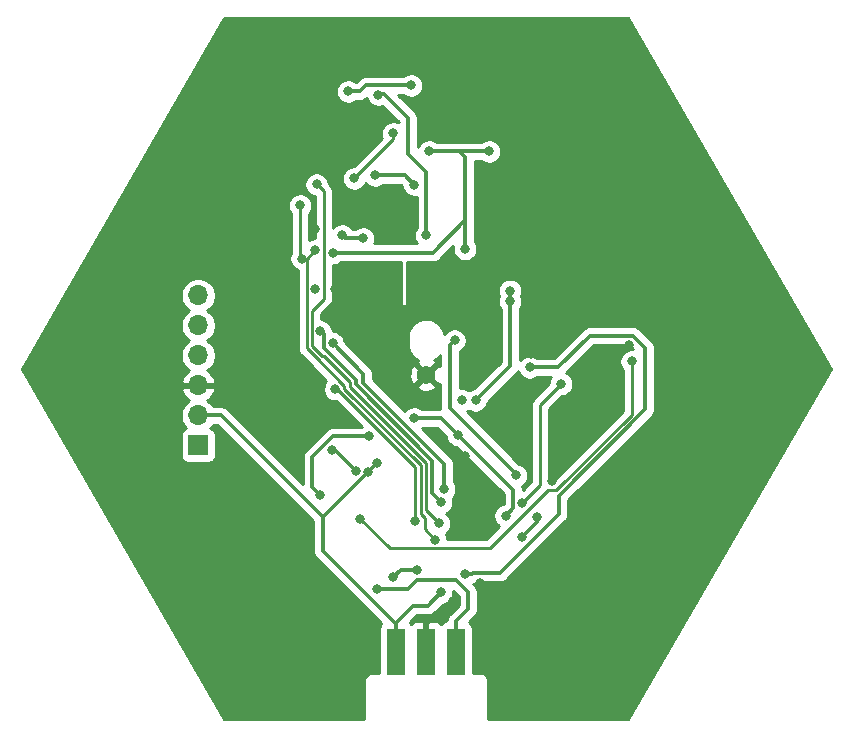
<source format=gbl>
G04 #@! TF.GenerationSoftware,KiCad,Pcbnew,(5.1.6)-1*
G04 #@! TF.CreationDate,2021-10-13T16:30:11+02:00*
G04 #@! TF.ProjectId,SoundModulev2,536f756e-644d-46f6-9475-6c6576322e6b,rev?*
G04 #@! TF.SameCoordinates,Original*
G04 #@! TF.FileFunction,Copper,L2,Bot*
G04 #@! TF.FilePolarity,Positive*
%FSLAX46Y46*%
G04 Gerber Fmt 4.6, Leading zero omitted, Abs format (unit mm)*
G04 Created by KiCad (PCBNEW (5.1.6)-1) date 2021-10-13 16:30:11*
%MOMM*%
%LPD*%
G01*
G04 APERTURE LIST*
G04 #@! TA.AperFunction,SMDPad,CuDef*
%ADD10R,1.524000X4.000000*%
G04 #@! TD*
G04 #@! TA.AperFunction,ComponentPad*
%ADD11R,1.700000X1.700000*%
G04 #@! TD*
G04 #@! TA.AperFunction,ComponentPad*
%ADD12O,1.700000X1.700000*%
G04 #@! TD*
G04 #@! TA.AperFunction,ComponentPad*
%ADD13C,1.560000*%
G04 #@! TD*
G04 #@! TA.AperFunction,ViaPad*
%ADD14C,0.800000*%
G04 #@! TD*
G04 #@! TA.AperFunction,Conductor*
%ADD15C,0.350000*%
G04 #@! TD*
G04 #@! TA.AperFunction,Conductor*
%ADD16C,0.250000*%
G04 #@! TD*
G04 #@! TA.AperFunction,Conductor*
%ADD17C,0.254000*%
G04 #@! TD*
G04 APERTURE END LIST*
D10*
X119941340Y-101918520D03*
X122481340Y-101918520D03*
X125021340Y-101918520D03*
D11*
X103195120Y-84434680D03*
D12*
X103195120Y-81894680D03*
X103195120Y-79354680D03*
X103195120Y-76814680D03*
X103195120Y-74274680D03*
X103195120Y-71734680D03*
D13*
X122499120Y-78465680D03*
D14*
X117546120Y-86720680D03*
X129611120Y-72242680D03*
X126690120Y-80624680D03*
X118943120Y-72496680D03*
X107767120Y-68686680D03*
X108529120Y-63860680D03*
X113355120Y-60304680D03*
X114752120Y-71226680D03*
X116911120Y-52430680D03*
X119705120Y-52430680D03*
X113101120Y-71226680D03*
X113101120Y-66146680D03*
X129103120Y-106532680D03*
X134183120Y-106532680D03*
X139263120Y-106532680D03*
X116403120Y-106532680D03*
X111323120Y-106532680D03*
X106243120Y-106532680D03*
X106243120Y-49382680D03*
X113863120Y-49382680D03*
X121483120Y-49382680D03*
X129103120Y-49382680D03*
X136723120Y-49382680D03*
X140533120Y-53192680D03*
X143581120Y-58526680D03*
X146121120Y-62336680D03*
X148407120Y-66400680D03*
X151455120Y-71734680D03*
X154503120Y-77576680D03*
X151963120Y-83418680D03*
X148407120Y-89768680D03*
X144851120Y-95864680D03*
X141803120Y-101198680D03*
X103703120Y-102468680D03*
X101671120Y-98658680D03*
X98623120Y-93324680D03*
X95575120Y-88244680D03*
X92527120Y-82402680D03*
X89987120Y-77830680D03*
X92781120Y-73258680D03*
X95575120Y-68432680D03*
X98623120Y-63098680D03*
X101925120Y-57764680D03*
X103957120Y-54081680D03*
X125801120Y-85323680D03*
X133167120Y-87482680D03*
X130881120Y-83672680D03*
X135453120Y-84434680D03*
X137485120Y-86974680D03*
X140025120Y-84434680D03*
X142057120Y-86974680D03*
X144597120Y-83545680D03*
X132913120Y-98785680D03*
X137485120Y-99420680D03*
X142057120Y-90276680D03*
X137231120Y-90530680D03*
X110942120Y-100817680D03*
X108275120Y-96626680D03*
X103957120Y-89768680D03*
X95575120Y-75798680D03*
X100655120Y-68178680D03*
X104465120Y-61828680D03*
X106878120Y-58018680D03*
X109926120Y-53192680D03*
X126055120Y-52811680D03*
X134310120Y-52938680D03*
X133929120Y-68940680D03*
X149042120Y-80116680D03*
X141549120Y-96372680D03*
X135453120Y-103230680D03*
X129357120Y-101452680D03*
X135199120Y-58526680D03*
X139771120Y-58526680D03*
X135707120Y-64876680D03*
X140787120Y-63606680D03*
X131643120Y-63733680D03*
X99131120Y-87482680D03*
X135707120Y-95864680D03*
X115387120Y-102976680D03*
X111831120Y-78338680D03*
X107767120Y-75544680D03*
X106751120Y-73004680D03*
X105735120Y-80243680D03*
X135834120Y-61701680D03*
X95321120Y-80370680D03*
X104465120Y-65638680D03*
X134183120Y-83672680D03*
X139644120Y-75925680D03*
X136977120Y-68940680D03*
X131389120Y-76687680D03*
X117165120Y-74274680D03*
X117419120Y-76941680D03*
X119959120Y-77449680D03*
X116403120Y-73131680D03*
X126563120Y-74528680D03*
X127833120Y-73258680D03*
X127833120Y-81894680D03*
X104846120Y-93324680D03*
X99639120Y-82148680D03*
X99512120Y-74147680D03*
X145867120Y-77449680D03*
X144343120Y-74020680D03*
X146375120Y-70591680D03*
X144597120Y-67035680D03*
X113482120Y-55986680D03*
X107132120Y-87228680D03*
X112847120Y-94975680D03*
X116657120Y-98277680D03*
X127071120Y-96118680D03*
X131262120Y-68432680D03*
X132786120Y-66781680D03*
X139009120Y-66146680D03*
X129992120Y-59542680D03*
X129357120Y-82402680D03*
X132024120Y-71988680D03*
X138501120Y-85831680D03*
X136088120Y-88117680D03*
X135072120Y-89006680D03*
X123515120Y-98912680D03*
X124277120Y-98404680D03*
X124785120Y-97642680D03*
X131262120Y-77830680D03*
X118308120Y-85958680D03*
X123769120Y-96880680D03*
X125801120Y-95356680D03*
X129230120Y-90403680D03*
X125168121Y-83543679D03*
X121483120Y-82148680D03*
X125547120Y-80624680D03*
X129611120Y-71353680D03*
X116543120Y-86593680D03*
X114538128Y-84855688D03*
X124023120Y-88117680D03*
X114583240Y-75786112D03*
X123769120Y-89260680D03*
X113551129Y-74782680D03*
X121737120Y-94975680D03*
X119705120Y-95610680D03*
X118308120Y-96626680D03*
X122753120Y-59542680D03*
X127833120Y-59542680D03*
X114625120Y-68125680D03*
X115895120Y-54462680D03*
X121229140Y-53954680D03*
X116403120Y-61828680D03*
X119705120Y-58018680D03*
X111958120Y-68620680D03*
X111831120Y-64114680D03*
X121483120Y-62349680D03*
X118181120Y-61574680D03*
X115387120Y-66654680D03*
X117165120Y-66908680D03*
X118435120Y-54729680D03*
X122499120Y-66654680D03*
X124912120Y-75544680D03*
X130119120Y-86974680D03*
X131897120Y-90530680D03*
X130627120Y-92181680D03*
X125801120Y-67797680D03*
X117673120Y-83672680D03*
X113482120Y-88625680D03*
X121570112Y-90871672D03*
X114801967Y-79667833D03*
X123261120Y-92435680D03*
X113101120Y-67924680D03*
X113228120Y-62336680D03*
X123586121Y-91038680D03*
X116911120Y-90657680D03*
X139898120Y-77322680D03*
X130640120Y-89303680D03*
X133929120Y-79227680D03*
D15*
X118308120Y-85958680D02*
X113736120Y-90530680D01*
X105100120Y-81894680D02*
X103195120Y-81894680D01*
X113736120Y-90530680D02*
X105100120Y-81894680D01*
X113736120Y-91165680D02*
X113736120Y-90530680D01*
X113736120Y-93363300D02*
X113736120Y-91165680D01*
X119941340Y-99568520D02*
X113736120Y-93363300D01*
X119941340Y-101918520D02*
X119941340Y-99568520D01*
X119941340Y-99568520D02*
X119941340Y-99438460D01*
X119941340Y-99438460D02*
X121356120Y-98023680D01*
X121356120Y-98023680D02*
X122626120Y-98023680D01*
X122626120Y-98023680D02*
X123769120Y-96880680D01*
X140016121Y-75150679D02*
X136359123Y-75150679D01*
X133679122Y-77830680D02*
X131262120Y-77830680D01*
X141041120Y-76175678D02*
X140016121Y-75150679D01*
X126377240Y-95356680D02*
X126504240Y-95229680D01*
X125801120Y-95356680D02*
X126377240Y-95356680D01*
X136359123Y-75150679D02*
X133679122Y-77830680D01*
X141041120Y-76175678D02*
X141041120Y-81388802D01*
X128726122Y-95229680D02*
X126504240Y-95229680D01*
X133722231Y-90233571D02*
X128726122Y-95229680D01*
X133722231Y-88707691D02*
X133722231Y-90233571D01*
X141041120Y-81388802D02*
X133722231Y-88707691D01*
X129230120Y-90403680D02*
X129865120Y-89768680D01*
X129865120Y-89768680D02*
X129865120Y-88752680D01*
X129865120Y-88752680D02*
X129865120Y-88240678D01*
X129865120Y-88240678D02*
X125168121Y-83543679D01*
X123773122Y-82148680D02*
X124025121Y-82400679D01*
X121483120Y-82148680D02*
X123773122Y-82148680D01*
X125168121Y-83543679D02*
X124025121Y-82400679D01*
X129611120Y-76179680D02*
X129611120Y-71353680D01*
X129611120Y-76179680D02*
X129611120Y-77322680D01*
X129611120Y-77703680D02*
X129611120Y-77322680D01*
X126690120Y-80624680D02*
X129611120Y-77703680D01*
X114805128Y-84855688D02*
X116543120Y-86593680D01*
X114538128Y-84855688D02*
X114805128Y-84855688D01*
X124023120Y-88117680D02*
X124023120Y-85994910D01*
X124023120Y-85994910D02*
X117165120Y-79136910D01*
X117165120Y-79136910D02*
X117165120Y-78367992D01*
X117165120Y-78367992D02*
X114583240Y-75786112D01*
X116527640Y-79277260D02*
X116527640Y-78899080D01*
X122970138Y-85719758D02*
X116527640Y-79277260D01*
X122970140Y-85719760D02*
X122970138Y-85719758D01*
X123769120Y-89260680D02*
X122970140Y-88461700D01*
X122970140Y-88461700D02*
X122970140Y-85719760D01*
X116527640Y-78899080D02*
X113808240Y-76179680D01*
X113808240Y-76179680D02*
X113808240Y-75039791D01*
X113808240Y-75039791D02*
X113551129Y-74782680D01*
X121737120Y-94975680D02*
X120340120Y-94975680D01*
X120340120Y-94975680D02*
X119705120Y-95610680D01*
X121737120Y-95864680D02*
X120975120Y-96626680D01*
X125021340Y-101918520D02*
X125021340Y-99311460D01*
X125039120Y-95864680D02*
X121737120Y-95864680D01*
X120975120Y-96626680D02*
X118308120Y-96626680D01*
X125021340Y-99311460D02*
X126055120Y-98277680D01*
X126055120Y-98277680D02*
X126055120Y-96880680D01*
X126055120Y-96880680D02*
X125039120Y-95864680D01*
X122753120Y-59542680D02*
X125293120Y-59542680D01*
X125293120Y-59542680D02*
X127833120Y-59542680D01*
X125293120Y-59542680D02*
X125801120Y-60050680D01*
X114625120Y-68125680D02*
X123060120Y-68125680D01*
X125801120Y-60050680D02*
X125801120Y-66654680D01*
X123060120Y-68125680D02*
X125801120Y-65384680D01*
X120663455Y-53954680D02*
X121229140Y-53954680D01*
X117415124Y-53954680D02*
X120663455Y-53954680D01*
X116907124Y-54462680D02*
X117415124Y-53954680D01*
X115895120Y-54462680D02*
X116907124Y-54462680D01*
D16*
X116403120Y-61828680D02*
X119705120Y-58526680D01*
X119705120Y-58526680D02*
X119705120Y-58018680D01*
X111831120Y-68493680D02*
X111958120Y-68620680D01*
X111831120Y-64114680D02*
X111831120Y-68493680D01*
D15*
X121483120Y-62349680D02*
X120708120Y-61574680D01*
X120708120Y-61574680D02*
X118181120Y-61574680D01*
X115641120Y-66908680D02*
X117165120Y-66908680D01*
X115387120Y-66654680D02*
X115641120Y-66908680D01*
X118435120Y-54729680D02*
X118448120Y-54716680D01*
X118448120Y-54716680D02*
X118943120Y-54716680D01*
X120975120Y-56748680D02*
X120975120Y-59796680D01*
X118943120Y-54716680D02*
X120975120Y-56748680D01*
X120975120Y-59796680D02*
X122499120Y-61320680D01*
X122499120Y-61320680D02*
X122499120Y-66654680D01*
X124512121Y-75944679D02*
X124512121Y-81240681D01*
X124912120Y-75544680D02*
X124512121Y-75944679D01*
X124512121Y-81240681D02*
X130119120Y-86847680D01*
X130119120Y-86847680D02*
X130119120Y-86974680D01*
X131897120Y-90530680D02*
X131897120Y-90911680D01*
X131897120Y-90911680D02*
X130627120Y-92181680D01*
X125801120Y-66654680D02*
X125801120Y-67797680D01*
X113482120Y-88625680D02*
X112847120Y-87990680D01*
X112847120Y-87990680D02*
X112847120Y-85450680D01*
X114625120Y-83672680D02*
X117673120Y-83672680D01*
X112847120Y-85450680D02*
X114625120Y-83672680D01*
D16*
X121570112Y-90871672D02*
X121570112Y-86299672D01*
X121570112Y-86299672D02*
X114938273Y-79667833D01*
X114938273Y-79667833D02*
X114801967Y-79667833D01*
X115387120Y-79227680D02*
X113228120Y-77068680D01*
X112376119Y-68649681D02*
X113101120Y-67924680D01*
X113228120Y-77068680D02*
X112376119Y-76216679D01*
X112376119Y-76216679D02*
X112376119Y-68649681D01*
X122020122Y-90248680D02*
X122020121Y-86113271D01*
X115577620Y-79418180D02*
X115387120Y-79227680D01*
X115577620Y-79670770D02*
X115577620Y-79418180D01*
X123261120Y-92435680D02*
X122372120Y-91546680D01*
X122020121Y-86113271D02*
X115577620Y-79670770D01*
X122372120Y-91546680D02*
X122372120Y-90600678D01*
X122372120Y-90600678D02*
X122020122Y-90248680D01*
X113228120Y-62336680D02*
X113826121Y-62934681D01*
X123586121Y-91038680D02*
X122470130Y-89922689D01*
X122470130Y-89922689D02*
X122470130Y-85926870D01*
X116027630Y-79106190D02*
X113826121Y-76904681D01*
X116027630Y-79484370D02*
X116027630Y-79106190D01*
X122470130Y-85926870D02*
X116027630Y-79484370D01*
X113700531Y-76904681D02*
X112826129Y-76030279D01*
X113826121Y-76904681D02*
X113700531Y-76904681D01*
X112826129Y-76030279D02*
X112826129Y-73025671D01*
X113826121Y-72025679D02*
X113826121Y-62934681D01*
X112826129Y-73025671D02*
X113826121Y-72025679D01*
X139898120Y-81824682D02*
X139898120Y-77322680D01*
X119414121Y-93160681D02*
X127866119Y-93160681D01*
X127866119Y-93160681D02*
X132819119Y-88207681D01*
X132819119Y-88207681D02*
X133515121Y-88207681D01*
X116911120Y-90657680D02*
X119414121Y-93160681D01*
X133515121Y-88207681D02*
X139898120Y-81824682D01*
X130640120Y-89303680D02*
X132151120Y-87792680D01*
X132151120Y-87792680D02*
X132151120Y-81005680D01*
X132151120Y-81005680D02*
X133929120Y-79227680D01*
D17*
G36*
X156737896Y-77941800D02*
G01*
X139618951Y-107592500D01*
X127731120Y-107592500D01*
X127731120Y-104369099D01*
X127734313Y-104336680D01*
X127721570Y-104207297D01*
X127683830Y-104082887D01*
X127622545Y-103968230D01*
X127540068Y-103867732D01*
X127439570Y-103785255D01*
X127324913Y-103723970D01*
X127200503Y-103686230D01*
X127103539Y-103676680D01*
X127071120Y-103673487D01*
X127038701Y-103676680D01*
X126421412Y-103676680D01*
X126421412Y-99918520D01*
X126409152Y-99794038D01*
X126372842Y-99674340D01*
X126313877Y-99564026D01*
X126234525Y-99467335D01*
X126137834Y-99387983D01*
X126106877Y-99371436D01*
X126599739Y-98878574D01*
X126630648Y-98853208D01*
X126731869Y-98729869D01*
X126782732Y-98634711D01*
X126807083Y-98589154D01*
X126830129Y-98513180D01*
X126853400Y-98436468D01*
X126865120Y-98317471D01*
X126865120Y-98317468D01*
X126869039Y-98277680D01*
X126865120Y-98237892D01*
X126865120Y-96920468D01*
X126869039Y-96880680D01*
X126865120Y-96840889D01*
X126853400Y-96721892D01*
X126807083Y-96569207D01*
X126738132Y-96440208D01*
X126731869Y-96428490D01*
X126677828Y-96362642D01*
X126630648Y-96305152D01*
X126599732Y-96279780D01*
X126480392Y-96160440D01*
X126536028Y-96154960D01*
X126688713Y-96108643D01*
X126817734Y-96039680D01*
X128686334Y-96039680D01*
X128726122Y-96043599D01*
X128765910Y-96039680D01*
X128765913Y-96039680D01*
X128884910Y-96027960D01*
X129037595Y-95981643D01*
X129178311Y-95906429D01*
X129301650Y-95805208D01*
X129327022Y-95774292D01*
X134266849Y-90834466D01*
X134297759Y-90809099D01*
X134382716Y-90705578D01*
X134398980Y-90685761D01*
X134450083Y-90590152D01*
X134474194Y-90545044D01*
X134520511Y-90392359D01*
X134532231Y-90273362D01*
X134532231Y-90273360D01*
X134536150Y-90233572D01*
X134532231Y-90193784D01*
X134532231Y-89043203D01*
X141585738Y-81989697D01*
X141616648Y-81964330D01*
X141673808Y-81894680D01*
X141717869Y-81840992D01*
X141780439Y-81723930D01*
X141793083Y-81700275D01*
X141839400Y-81547590D01*
X141851120Y-81428593D01*
X141851120Y-81428591D01*
X141855039Y-81388803D01*
X141851120Y-81349015D01*
X141851120Y-76215465D01*
X141855039Y-76175677D01*
X141848695Y-76111269D01*
X141839400Y-76016890D01*
X141793083Y-75864205D01*
X141717869Y-75723489D01*
X141616648Y-75600150D01*
X141585739Y-75574784D01*
X140617020Y-74606066D01*
X140591649Y-74575151D01*
X140468310Y-74473930D01*
X140327594Y-74398716D01*
X140174909Y-74352399D01*
X140055912Y-74340679D01*
X140055909Y-74340679D01*
X140016121Y-74336760D01*
X139976333Y-74340679D01*
X136398911Y-74340679D01*
X136359123Y-74336760D01*
X136319335Y-74340679D01*
X136319332Y-74340679D01*
X136200335Y-74352399D01*
X136047650Y-74398716D01*
X135906934Y-74473930D01*
X135783595Y-74575151D01*
X135758228Y-74606061D01*
X133343610Y-77020680D01*
X131912820Y-77020680D01*
X131752376Y-76913475D01*
X131564018Y-76835454D01*
X131364059Y-76795680D01*
X131160181Y-76795680D01*
X130960222Y-76835454D01*
X130771864Y-76913475D01*
X130602346Y-77026743D01*
X130458183Y-77170906D01*
X130421120Y-77226375D01*
X130421120Y-72893380D01*
X130528325Y-72732936D01*
X130606346Y-72544578D01*
X130646120Y-72344619D01*
X130646120Y-72140741D01*
X130606346Y-71940782D01*
X130547278Y-71798180D01*
X130606346Y-71655578D01*
X130646120Y-71455619D01*
X130646120Y-71251741D01*
X130606346Y-71051782D01*
X130528325Y-70863424D01*
X130415057Y-70693906D01*
X130270894Y-70549743D01*
X130101376Y-70436475D01*
X129913018Y-70358454D01*
X129713059Y-70318680D01*
X129509181Y-70318680D01*
X129309222Y-70358454D01*
X129120864Y-70436475D01*
X128951346Y-70549743D01*
X128807183Y-70693906D01*
X128693915Y-70863424D01*
X128615894Y-71051782D01*
X128576120Y-71251741D01*
X128576120Y-71455619D01*
X128615894Y-71655578D01*
X128674962Y-71798180D01*
X128615894Y-71940782D01*
X128576120Y-72140741D01*
X128576120Y-72344619D01*
X128615894Y-72544578D01*
X128693915Y-72732936D01*
X128801121Y-72893381D01*
X128801120Y-76139889D01*
X128801120Y-76139890D01*
X128801121Y-77282880D01*
X128801120Y-77282889D01*
X128801120Y-77368167D01*
X126577479Y-79591809D01*
X126388222Y-79629454D01*
X126199864Y-79707475D01*
X126118620Y-79761760D01*
X126037376Y-79707475D01*
X125849018Y-79629454D01*
X125649059Y-79589680D01*
X125445181Y-79589680D01*
X125322121Y-79614158D01*
X125322121Y-76495128D01*
X125402376Y-76461885D01*
X125571894Y-76348617D01*
X125716057Y-76204454D01*
X125829325Y-76034936D01*
X125907346Y-75846578D01*
X125947120Y-75646619D01*
X125947120Y-75442741D01*
X125907346Y-75242782D01*
X125829325Y-75054424D01*
X125716057Y-74884906D01*
X125571894Y-74740743D01*
X125402376Y-74627475D01*
X125214018Y-74549454D01*
X125014059Y-74509680D01*
X124810181Y-74509680D01*
X124610222Y-74549454D01*
X124421864Y-74627475D01*
X124252346Y-74740743D01*
X124108183Y-74884906D01*
X124019225Y-75018041D01*
X124011910Y-74943767D01*
X123924137Y-74654419D01*
X123781601Y-74387753D01*
X123589781Y-74154019D01*
X123356046Y-73962199D01*
X123089380Y-73819663D01*
X122800032Y-73731890D01*
X122499120Y-73702253D01*
X122198207Y-73731890D01*
X121908859Y-73819663D01*
X121642193Y-73962199D01*
X121408459Y-74154019D01*
X121216639Y-74387754D01*
X121074103Y-74654420D01*
X120986330Y-74943768D01*
X120964120Y-75169273D01*
X120964120Y-75920088D01*
X120986330Y-76145593D01*
X121074103Y-76434941D01*
X121216639Y-76701607D01*
X121408459Y-76935341D01*
X121642194Y-77127161D01*
X121816370Y-77220260D01*
X121769465Y-77245331D01*
X121700304Y-77487259D01*
X122499120Y-78286075D01*
X123297936Y-77487259D01*
X123228775Y-77245331D01*
X123178940Y-77221827D01*
X123356047Y-77127161D01*
X123589781Y-76935341D01*
X123702121Y-76798454D01*
X123702121Y-77731066D01*
X123477541Y-77666864D01*
X122678725Y-78465680D01*
X123477541Y-79264496D01*
X123702122Y-79200294D01*
X123702122Y-81200883D01*
X123698202Y-81240681D01*
X123707469Y-81334761D01*
X123707855Y-81338680D01*
X122133820Y-81338680D01*
X121973376Y-81231475D01*
X121785018Y-81153454D01*
X121585059Y-81113680D01*
X121381181Y-81113680D01*
X121181222Y-81153454D01*
X120992864Y-81231475D01*
X120823346Y-81344743D01*
X120679183Y-81488906D01*
X120672552Y-81498830D01*
X118617823Y-79444101D01*
X121700304Y-79444101D01*
X121769465Y-79686029D01*
X122021563Y-79804928D01*
X122292014Y-79872361D01*
X122570423Y-79885737D01*
X122846092Y-79844540D01*
X123108428Y-79750355D01*
X123228775Y-79686029D01*
X123297936Y-79444101D01*
X122499120Y-78645285D01*
X121700304Y-79444101D01*
X118617823Y-79444101D01*
X117975120Y-78801398D01*
X117975120Y-78536983D01*
X121079063Y-78536983D01*
X121120260Y-78812652D01*
X121214445Y-79074988D01*
X121278771Y-79195335D01*
X121520699Y-79264496D01*
X122319515Y-78465680D01*
X121520699Y-77666864D01*
X121278771Y-77736025D01*
X121159872Y-77988123D01*
X121092439Y-78258574D01*
X121079063Y-78536983D01*
X117975120Y-78536983D01*
X117975120Y-78407780D01*
X117979039Y-78367992D01*
X117972311Y-78299680D01*
X117963400Y-78209204D01*
X117917083Y-78056519D01*
X117917083Y-78056518D01*
X117841869Y-77915803D01*
X117798098Y-77862468D01*
X117740648Y-77792464D01*
X117709738Y-77767097D01*
X115616111Y-75673471D01*
X115578466Y-75484214D01*
X115500445Y-75295856D01*
X115387177Y-75126338D01*
X115243014Y-74982175D01*
X115073496Y-74868907D01*
X114885138Y-74790886D01*
X114685179Y-74751112D01*
X114586129Y-74751112D01*
X114586129Y-74680741D01*
X114546355Y-74480782D01*
X114468334Y-74292424D01*
X114355066Y-74122906D01*
X114210903Y-73978743D01*
X114041385Y-73865475D01*
X113853027Y-73787454D01*
X113653068Y-73747680D01*
X113586129Y-73747680D01*
X113586129Y-73340472D01*
X114337125Y-72589477D01*
X114366122Y-72565680D01*
X114461095Y-72449955D01*
X114531667Y-72317926D01*
X114575124Y-72174665D01*
X114586121Y-72063012D01*
X114586121Y-72063003D01*
X114589797Y-72025680D01*
X114586121Y-71988357D01*
X114586121Y-69160680D01*
X114727059Y-69160680D01*
X114927018Y-69120906D01*
X115115376Y-69042885D01*
X115275820Y-68935680D01*
X120340120Y-68935680D01*
X120340120Y-72496680D01*
X120342560Y-72521456D01*
X120349787Y-72545281D01*
X120361523Y-72567237D01*
X120377317Y-72586483D01*
X120396563Y-72602277D01*
X120418519Y-72614013D01*
X120442344Y-72621240D01*
X120467120Y-72623680D01*
X120721120Y-72623680D01*
X120745896Y-72621240D01*
X120769721Y-72614013D01*
X120791677Y-72602277D01*
X120810923Y-72586483D01*
X120826717Y-72567237D01*
X120838453Y-72545281D01*
X120845680Y-72521456D01*
X120848120Y-72496680D01*
X120848120Y-68935680D01*
X123020332Y-68935680D01*
X123060120Y-68939599D01*
X123099908Y-68935680D01*
X123099911Y-68935680D01*
X123218908Y-68923960D01*
X123371593Y-68877643D01*
X123512309Y-68802429D01*
X123635648Y-68701208D01*
X123661020Y-68670293D01*
X124798535Y-67532777D01*
X124766120Y-67695741D01*
X124766120Y-67899619D01*
X124805894Y-68099578D01*
X124883915Y-68287936D01*
X124997183Y-68457454D01*
X125141346Y-68601617D01*
X125310864Y-68714885D01*
X125499222Y-68792906D01*
X125699181Y-68832680D01*
X125903059Y-68832680D01*
X126103018Y-68792906D01*
X126291376Y-68714885D01*
X126460894Y-68601617D01*
X126605057Y-68457454D01*
X126718325Y-68287936D01*
X126796346Y-68099578D01*
X126836120Y-67899619D01*
X126836120Y-67695741D01*
X126796346Y-67495782D01*
X126718325Y-67307424D01*
X126611120Y-67146980D01*
X126611120Y-65424469D01*
X126615039Y-65384681D01*
X126611120Y-65344893D01*
X126611120Y-60352680D01*
X127182420Y-60352680D01*
X127342864Y-60459885D01*
X127531222Y-60537906D01*
X127731181Y-60577680D01*
X127935059Y-60577680D01*
X128135018Y-60537906D01*
X128323376Y-60459885D01*
X128492894Y-60346617D01*
X128637057Y-60202454D01*
X128750325Y-60032936D01*
X128828346Y-59844578D01*
X128868120Y-59644619D01*
X128868120Y-59440741D01*
X128828346Y-59240782D01*
X128750325Y-59052424D01*
X128637057Y-58882906D01*
X128492894Y-58738743D01*
X128323376Y-58625475D01*
X128135018Y-58547454D01*
X127935059Y-58507680D01*
X127731181Y-58507680D01*
X127531222Y-58547454D01*
X127342864Y-58625475D01*
X127182420Y-58732680D01*
X125332908Y-58732680D01*
X125293120Y-58728761D01*
X125253332Y-58732680D01*
X123403820Y-58732680D01*
X123243376Y-58625475D01*
X123055018Y-58547454D01*
X122855059Y-58507680D01*
X122651181Y-58507680D01*
X122451222Y-58547454D01*
X122262864Y-58625475D01*
X122093346Y-58738743D01*
X121949183Y-58882906D01*
X121835915Y-59052424D01*
X121785120Y-59175053D01*
X121785120Y-56788468D01*
X121789039Y-56748680D01*
X121785120Y-56708889D01*
X121773400Y-56589892D01*
X121727083Y-56437207D01*
X121651870Y-56296492D01*
X121651869Y-56296490D01*
X121576013Y-56204060D01*
X121550648Y-56173152D01*
X121519739Y-56147786D01*
X120136632Y-54764680D01*
X120578440Y-54764680D01*
X120738884Y-54871885D01*
X120927242Y-54949906D01*
X121127201Y-54989680D01*
X121331079Y-54989680D01*
X121531038Y-54949906D01*
X121719396Y-54871885D01*
X121888914Y-54758617D01*
X122033077Y-54614454D01*
X122146345Y-54444936D01*
X122224366Y-54256578D01*
X122264140Y-54056619D01*
X122264140Y-53852741D01*
X122224366Y-53652782D01*
X122146345Y-53464424D01*
X122033077Y-53294906D01*
X121888914Y-53150743D01*
X121719396Y-53037475D01*
X121531038Y-52959454D01*
X121331079Y-52919680D01*
X121127201Y-52919680D01*
X120927242Y-52959454D01*
X120738884Y-53037475D01*
X120578440Y-53144680D01*
X117454911Y-53144680D01*
X117415123Y-53140761D01*
X117375335Y-53144680D01*
X117375333Y-53144680D01*
X117256336Y-53156400D01*
X117103651Y-53202717D01*
X116962935Y-53277931D01*
X116839596Y-53379152D01*
X116814224Y-53410068D01*
X116571612Y-53652680D01*
X116545820Y-53652680D01*
X116385376Y-53545475D01*
X116197018Y-53467454D01*
X115997059Y-53427680D01*
X115793181Y-53427680D01*
X115593222Y-53467454D01*
X115404864Y-53545475D01*
X115235346Y-53658743D01*
X115091183Y-53802906D01*
X114977915Y-53972424D01*
X114899894Y-54160782D01*
X114860120Y-54360741D01*
X114860120Y-54564619D01*
X114899894Y-54764578D01*
X114977915Y-54952936D01*
X115091183Y-55122454D01*
X115235346Y-55266617D01*
X115404864Y-55379885D01*
X115593222Y-55457906D01*
X115793181Y-55497680D01*
X115997059Y-55497680D01*
X116197018Y-55457906D01*
X116385376Y-55379885D01*
X116545820Y-55272680D01*
X116867336Y-55272680D01*
X116907124Y-55276599D01*
X116946912Y-55272680D01*
X116946915Y-55272680D01*
X117065912Y-55260960D01*
X117218597Y-55214643D01*
X117359313Y-55139429D01*
X117452791Y-55062714D01*
X117517915Y-55219936D01*
X117631183Y-55389454D01*
X117775346Y-55533617D01*
X117944864Y-55646885D01*
X118133222Y-55724906D01*
X118333181Y-55764680D01*
X118537059Y-55764680D01*
X118737018Y-55724906D01*
X118785678Y-55704750D01*
X120165120Y-57084193D01*
X120165120Y-57088943D01*
X120007018Y-57023454D01*
X119807059Y-56983680D01*
X119603181Y-56983680D01*
X119403222Y-57023454D01*
X119214864Y-57101475D01*
X119045346Y-57214743D01*
X118901183Y-57358906D01*
X118787915Y-57528424D01*
X118709894Y-57716782D01*
X118670120Y-57916741D01*
X118670120Y-58120619D01*
X118709894Y-58320578D01*
X118746953Y-58410045D01*
X116363319Y-60793680D01*
X116301181Y-60793680D01*
X116101222Y-60833454D01*
X115912864Y-60911475D01*
X115743346Y-61024743D01*
X115599183Y-61168906D01*
X115485915Y-61338424D01*
X115407894Y-61526782D01*
X115368120Y-61726741D01*
X115368120Y-61930619D01*
X115407894Y-62130578D01*
X115485915Y-62318936D01*
X115599183Y-62488454D01*
X115743346Y-62632617D01*
X115912864Y-62745885D01*
X116101222Y-62823906D01*
X116301181Y-62863680D01*
X116505059Y-62863680D01*
X116705018Y-62823906D01*
X116893376Y-62745885D01*
X117062894Y-62632617D01*
X117207057Y-62488454D01*
X117320325Y-62318936D01*
X117363686Y-62214254D01*
X117377183Y-62234454D01*
X117521346Y-62378617D01*
X117690864Y-62491885D01*
X117879222Y-62569906D01*
X118079181Y-62609680D01*
X118283059Y-62609680D01*
X118483018Y-62569906D01*
X118671376Y-62491885D01*
X118831820Y-62384680D01*
X120372608Y-62384680D01*
X120450249Y-62462321D01*
X120487894Y-62651578D01*
X120565915Y-62839936D01*
X120679183Y-63009454D01*
X120823346Y-63153617D01*
X120992864Y-63266885D01*
X121181222Y-63344906D01*
X121381181Y-63384680D01*
X121585059Y-63384680D01*
X121689120Y-63363981D01*
X121689121Y-66003979D01*
X121581915Y-66164424D01*
X121503894Y-66352782D01*
X121464120Y-66552741D01*
X121464120Y-66756619D01*
X121503894Y-66956578D01*
X121581915Y-67144936D01*
X121695183Y-67314454D01*
X121696409Y-67315680D01*
X118116811Y-67315680D01*
X118160346Y-67210578D01*
X118200120Y-67010619D01*
X118200120Y-66806741D01*
X118160346Y-66606782D01*
X118082325Y-66418424D01*
X117969057Y-66248906D01*
X117824894Y-66104743D01*
X117655376Y-65991475D01*
X117467018Y-65913454D01*
X117267059Y-65873680D01*
X117063181Y-65873680D01*
X116863222Y-65913454D01*
X116674864Y-65991475D01*
X116514420Y-66098680D01*
X116260396Y-66098680D01*
X116191057Y-65994906D01*
X116046894Y-65850743D01*
X115877376Y-65737475D01*
X115689018Y-65659454D01*
X115489059Y-65619680D01*
X115285181Y-65619680D01*
X115085222Y-65659454D01*
X114896864Y-65737475D01*
X114727346Y-65850743D01*
X114586121Y-65991968D01*
X114586121Y-62972003D01*
X114589797Y-62934680D01*
X114586121Y-62897357D01*
X114586121Y-62897348D01*
X114575124Y-62785695D01*
X114531667Y-62642434D01*
X114514159Y-62609680D01*
X114461095Y-62510404D01*
X114389920Y-62423678D01*
X114366122Y-62394680D01*
X114337123Y-62370881D01*
X114263120Y-62296878D01*
X114263120Y-62234741D01*
X114223346Y-62034782D01*
X114145325Y-61846424D01*
X114032057Y-61676906D01*
X113887894Y-61532743D01*
X113718376Y-61419475D01*
X113530018Y-61341454D01*
X113330059Y-61301680D01*
X113126181Y-61301680D01*
X112926222Y-61341454D01*
X112737864Y-61419475D01*
X112568346Y-61532743D01*
X112424183Y-61676906D01*
X112310915Y-61846424D01*
X112232894Y-62034782D01*
X112193120Y-62234741D01*
X112193120Y-62438619D01*
X112232894Y-62638578D01*
X112310915Y-62826936D01*
X112424183Y-62996454D01*
X112568346Y-63140617D01*
X112737864Y-63253885D01*
X112926222Y-63331906D01*
X113066122Y-63359734D01*
X113066122Y-66889680D01*
X112999181Y-66889680D01*
X112799222Y-66929454D01*
X112610864Y-67007475D01*
X112591120Y-67020667D01*
X112591120Y-64818391D01*
X112635057Y-64774454D01*
X112748325Y-64604936D01*
X112826346Y-64416578D01*
X112866120Y-64216619D01*
X112866120Y-64012741D01*
X112826346Y-63812782D01*
X112748325Y-63624424D01*
X112635057Y-63454906D01*
X112490894Y-63310743D01*
X112321376Y-63197475D01*
X112133018Y-63119454D01*
X111933059Y-63079680D01*
X111729181Y-63079680D01*
X111529222Y-63119454D01*
X111340864Y-63197475D01*
X111171346Y-63310743D01*
X111027183Y-63454906D01*
X110913915Y-63624424D01*
X110835894Y-63812782D01*
X110796120Y-64012741D01*
X110796120Y-64216619D01*
X110835894Y-64416578D01*
X110913915Y-64604936D01*
X111027183Y-64774454D01*
X111071120Y-64818391D01*
X111071121Y-68085218D01*
X111040915Y-68130424D01*
X110962894Y-68318782D01*
X110923120Y-68518741D01*
X110923120Y-68722619D01*
X110962894Y-68922578D01*
X111040915Y-69110936D01*
X111154183Y-69280454D01*
X111298346Y-69424617D01*
X111467864Y-69537885D01*
X111616120Y-69599295D01*
X111616119Y-76179357D01*
X111612443Y-76216679D01*
X111616119Y-76254001D01*
X111616119Y-76254011D01*
X111627116Y-76365664D01*
X111661922Y-76480405D01*
X111670573Y-76508925D01*
X111741145Y-76640955D01*
X111779513Y-76687706D01*
X111836118Y-76756680D01*
X111865121Y-76780482D01*
X112717117Y-77632479D01*
X112717122Y-77632483D01*
X114045364Y-78960725D01*
X113998030Y-79008059D01*
X113884762Y-79177577D01*
X113806741Y-79365935D01*
X113766967Y-79565894D01*
X113766967Y-79769772D01*
X113806741Y-79969731D01*
X113884762Y-80158089D01*
X113998030Y-80327607D01*
X114142193Y-80471770D01*
X114311711Y-80585038D01*
X114500069Y-80663059D01*
X114700028Y-80702833D01*
X114898472Y-80702833D01*
X117043940Y-82848301D01*
X117022420Y-82862680D01*
X114664908Y-82862680D01*
X114625120Y-82858761D01*
X114585332Y-82862680D01*
X114585329Y-82862680D01*
X114466332Y-82874400D01*
X114349183Y-82909937D01*
X114313646Y-82920717D01*
X114242271Y-82958868D01*
X114172931Y-82995931D01*
X114049592Y-83097152D01*
X114024225Y-83128062D01*
X112302503Y-84849785D01*
X112271593Y-84875152D01*
X112246228Y-84906060D01*
X112170371Y-84998491D01*
X112106030Y-85118866D01*
X112095158Y-85139207D01*
X112051863Y-85281932D01*
X112048841Y-85291893D01*
X112033201Y-85450680D01*
X112037121Y-85490478D01*
X112037120Y-87686167D01*
X105701020Y-81350068D01*
X105675648Y-81319152D01*
X105552309Y-81217931D01*
X105411593Y-81142717D01*
X105258908Y-81096400D01*
X105139911Y-81084680D01*
X105139908Y-81084680D01*
X105100120Y-81080761D01*
X105060332Y-81084680D01*
X104439890Y-81084680D01*
X104348595Y-80948048D01*
X104141752Y-80741205D01*
X103959586Y-80619485D01*
X104076475Y-80549858D01*
X104292708Y-80354949D01*
X104466761Y-80121600D01*
X104591945Y-79858779D01*
X104636596Y-79711570D01*
X104515275Y-79481680D01*
X103322120Y-79481680D01*
X103322120Y-79501680D01*
X103068120Y-79501680D01*
X103068120Y-79481680D01*
X101874965Y-79481680D01*
X101753644Y-79711570D01*
X101798295Y-79858779D01*
X101923479Y-80121600D01*
X102097532Y-80354949D01*
X102313765Y-80549858D01*
X102430654Y-80619485D01*
X102248488Y-80741205D01*
X102041645Y-80948048D01*
X101879130Y-81191269D01*
X101767188Y-81461522D01*
X101710120Y-81748420D01*
X101710120Y-82040940D01*
X101767188Y-82327838D01*
X101879130Y-82598091D01*
X102041645Y-82841312D01*
X102173500Y-82973167D01*
X102100940Y-82995178D01*
X101990626Y-83054143D01*
X101893935Y-83133495D01*
X101814583Y-83230186D01*
X101755618Y-83340500D01*
X101719308Y-83460198D01*
X101707048Y-83584680D01*
X101707048Y-85284680D01*
X101719308Y-85409162D01*
X101755618Y-85528860D01*
X101814583Y-85639174D01*
X101893935Y-85735865D01*
X101990626Y-85815217D01*
X102100940Y-85874182D01*
X102220638Y-85910492D01*
X102345120Y-85922752D01*
X104045120Y-85922752D01*
X104169602Y-85910492D01*
X104289300Y-85874182D01*
X104399614Y-85815217D01*
X104496305Y-85735865D01*
X104575657Y-85639174D01*
X104634622Y-85528860D01*
X104670932Y-85409162D01*
X104683192Y-85284680D01*
X104683192Y-83584680D01*
X104670932Y-83460198D01*
X104634622Y-83340500D01*
X104575657Y-83230186D01*
X104496305Y-83133495D01*
X104399614Y-83054143D01*
X104289300Y-82995178D01*
X104216740Y-82973167D01*
X104348595Y-82841312D01*
X104439890Y-82704680D01*
X104764608Y-82704680D01*
X112926120Y-90866193D01*
X112926120Y-91205470D01*
X112926121Y-91205480D01*
X112926120Y-93323512D01*
X112922201Y-93363300D01*
X112926120Y-93403088D01*
X112926120Y-93403090D01*
X112937840Y-93522087D01*
X112984157Y-93674772D01*
X112984158Y-93674773D01*
X113059371Y-93815489D01*
X113090823Y-93853813D01*
X113160592Y-93938828D01*
X113191508Y-93964200D01*
X118713049Y-99485742D01*
X118648803Y-99564026D01*
X118589838Y-99674340D01*
X118553528Y-99794038D01*
X118541268Y-99918520D01*
X118541268Y-103676680D01*
X117959539Y-103676680D01*
X117927120Y-103673487D01*
X117894701Y-103676680D01*
X117797737Y-103686230D01*
X117673327Y-103723970D01*
X117558670Y-103785255D01*
X117458172Y-103867732D01*
X117375695Y-103968230D01*
X117314410Y-104082887D01*
X117276670Y-104207297D01*
X117263927Y-104336680D01*
X117267121Y-104369109D01*
X117267120Y-107592500D01*
X105381050Y-107592500D01*
X88262103Y-77941800D01*
X91930251Y-71588420D01*
X101710120Y-71588420D01*
X101710120Y-71880940D01*
X101767188Y-72167838D01*
X101879130Y-72438091D01*
X102041645Y-72681312D01*
X102248488Y-72888155D01*
X102422880Y-73004680D01*
X102248488Y-73121205D01*
X102041645Y-73328048D01*
X101879130Y-73571269D01*
X101767188Y-73841522D01*
X101710120Y-74128420D01*
X101710120Y-74420940D01*
X101767188Y-74707838D01*
X101879130Y-74978091D01*
X102041645Y-75221312D01*
X102248488Y-75428155D01*
X102422880Y-75544680D01*
X102248488Y-75661205D01*
X102041645Y-75868048D01*
X101879130Y-76111269D01*
X101767188Y-76381522D01*
X101710120Y-76668420D01*
X101710120Y-76960940D01*
X101767188Y-77247838D01*
X101879130Y-77518091D01*
X102041645Y-77761312D01*
X102248488Y-77968155D01*
X102430654Y-78089875D01*
X102313765Y-78159502D01*
X102097532Y-78354411D01*
X101923479Y-78587760D01*
X101798295Y-78850581D01*
X101753644Y-78997790D01*
X101874965Y-79227680D01*
X103068120Y-79227680D01*
X103068120Y-79207680D01*
X103322120Y-79207680D01*
X103322120Y-79227680D01*
X104515275Y-79227680D01*
X104636596Y-78997790D01*
X104591945Y-78850581D01*
X104466761Y-78587760D01*
X104292708Y-78354411D01*
X104076475Y-78159502D01*
X103959586Y-78089875D01*
X104141752Y-77968155D01*
X104348595Y-77761312D01*
X104511110Y-77518091D01*
X104623052Y-77247838D01*
X104680120Y-76960940D01*
X104680120Y-76668420D01*
X104623052Y-76381522D01*
X104511110Y-76111269D01*
X104348595Y-75868048D01*
X104141752Y-75661205D01*
X103967360Y-75544680D01*
X104141752Y-75428155D01*
X104348595Y-75221312D01*
X104511110Y-74978091D01*
X104623052Y-74707838D01*
X104680120Y-74420940D01*
X104680120Y-74128420D01*
X104623052Y-73841522D01*
X104511110Y-73571269D01*
X104348595Y-73328048D01*
X104141752Y-73121205D01*
X103967360Y-73004680D01*
X104141752Y-72888155D01*
X104348595Y-72681312D01*
X104511110Y-72438091D01*
X104623052Y-72167838D01*
X104680120Y-71880940D01*
X104680120Y-71588420D01*
X104623052Y-71301522D01*
X104511110Y-71031269D01*
X104348595Y-70788048D01*
X104141752Y-70581205D01*
X103898531Y-70418690D01*
X103628278Y-70306748D01*
X103341380Y-70249680D01*
X103048860Y-70249680D01*
X102761962Y-70306748D01*
X102491709Y-70418690D01*
X102248488Y-70581205D01*
X102041645Y-70788048D01*
X101879130Y-71031269D01*
X101767188Y-71301522D01*
X101710120Y-71588420D01*
X91930251Y-71588420D01*
X105381050Y-48291100D01*
X139618951Y-48291100D01*
X156737896Y-77941800D01*
G37*
X156737896Y-77941800D02*
X139618951Y-107592500D01*
X127731120Y-107592500D01*
X127731120Y-104369099D01*
X127734313Y-104336680D01*
X127721570Y-104207297D01*
X127683830Y-104082887D01*
X127622545Y-103968230D01*
X127540068Y-103867732D01*
X127439570Y-103785255D01*
X127324913Y-103723970D01*
X127200503Y-103686230D01*
X127103539Y-103676680D01*
X127071120Y-103673487D01*
X127038701Y-103676680D01*
X126421412Y-103676680D01*
X126421412Y-99918520D01*
X126409152Y-99794038D01*
X126372842Y-99674340D01*
X126313877Y-99564026D01*
X126234525Y-99467335D01*
X126137834Y-99387983D01*
X126106877Y-99371436D01*
X126599739Y-98878574D01*
X126630648Y-98853208D01*
X126731869Y-98729869D01*
X126782732Y-98634711D01*
X126807083Y-98589154D01*
X126830129Y-98513180D01*
X126853400Y-98436468D01*
X126865120Y-98317471D01*
X126865120Y-98317468D01*
X126869039Y-98277680D01*
X126865120Y-98237892D01*
X126865120Y-96920468D01*
X126869039Y-96880680D01*
X126865120Y-96840889D01*
X126853400Y-96721892D01*
X126807083Y-96569207D01*
X126738132Y-96440208D01*
X126731869Y-96428490D01*
X126677828Y-96362642D01*
X126630648Y-96305152D01*
X126599732Y-96279780D01*
X126480392Y-96160440D01*
X126536028Y-96154960D01*
X126688713Y-96108643D01*
X126817734Y-96039680D01*
X128686334Y-96039680D01*
X128726122Y-96043599D01*
X128765910Y-96039680D01*
X128765913Y-96039680D01*
X128884910Y-96027960D01*
X129037595Y-95981643D01*
X129178311Y-95906429D01*
X129301650Y-95805208D01*
X129327022Y-95774292D01*
X134266849Y-90834466D01*
X134297759Y-90809099D01*
X134382716Y-90705578D01*
X134398980Y-90685761D01*
X134450083Y-90590152D01*
X134474194Y-90545044D01*
X134520511Y-90392359D01*
X134532231Y-90273362D01*
X134532231Y-90273360D01*
X134536150Y-90233572D01*
X134532231Y-90193784D01*
X134532231Y-89043203D01*
X141585738Y-81989697D01*
X141616648Y-81964330D01*
X141673808Y-81894680D01*
X141717869Y-81840992D01*
X141780439Y-81723930D01*
X141793083Y-81700275D01*
X141839400Y-81547590D01*
X141851120Y-81428593D01*
X141851120Y-81428591D01*
X141855039Y-81388803D01*
X141851120Y-81349015D01*
X141851120Y-76215465D01*
X141855039Y-76175677D01*
X141848695Y-76111269D01*
X141839400Y-76016890D01*
X141793083Y-75864205D01*
X141717869Y-75723489D01*
X141616648Y-75600150D01*
X141585739Y-75574784D01*
X140617020Y-74606066D01*
X140591649Y-74575151D01*
X140468310Y-74473930D01*
X140327594Y-74398716D01*
X140174909Y-74352399D01*
X140055912Y-74340679D01*
X140055909Y-74340679D01*
X140016121Y-74336760D01*
X139976333Y-74340679D01*
X136398911Y-74340679D01*
X136359123Y-74336760D01*
X136319335Y-74340679D01*
X136319332Y-74340679D01*
X136200335Y-74352399D01*
X136047650Y-74398716D01*
X135906934Y-74473930D01*
X135783595Y-74575151D01*
X135758228Y-74606061D01*
X133343610Y-77020680D01*
X131912820Y-77020680D01*
X131752376Y-76913475D01*
X131564018Y-76835454D01*
X131364059Y-76795680D01*
X131160181Y-76795680D01*
X130960222Y-76835454D01*
X130771864Y-76913475D01*
X130602346Y-77026743D01*
X130458183Y-77170906D01*
X130421120Y-77226375D01*
X130421120Y-72893380D01*
X130528325Y-72732936D01*
X130606346Y-72544578D01*
X130646120Y-72344619D01*
X130646120Y-72140741D01*
X130606346Y-71940782D01*
X130547278Y-71798180D01*
X130606346Y-71655578D01*
X130646120Y-71455619D01*
X130646120Y-71251741D01*
X130606346Y-71051782D01*
X130528325Y-70863424D01*
X130415057Y-70693906D01*
X130270894Y-70549743D01*
X130101376Y-70436475D01*
X129913018Y-70358454D01*
X129713059Y-70318680D01*
X129509181Y-70318680D01*
X129309222Y-70358454D01*
X129120864Y-70436475D01*
X128951346Y-70549743D01*
X128807183Y-70693906D01*
X128693915Y-70863424D01*
X128615894Y-71051782D01*
X128576120Y-71251741D01*
X128576120Y-71455619D01*
X128615894Y-71655578D01*
X128674962Y-71798180D01*
X128615894Y-71940782D01*
X128576120Y-72140741D01*
X128576120Y-72344619D01*
X128615894Y-72544578D01*
X128693915Y-72732936D01*
X128801121Y-72893381D01*
X128801120Y-76139889D01*
X128801120Y-76139890D01*
X128801121Y-77282880D01*
X128801120Y-77282889D01*
X128801120Y-77368167D01*
X126577479Y-79591809D01*
X126388222Y-79629454D01*
X126199864Y-79707475D01*
X126118620Y-79761760D01*
X126037376Y-79707475D01*
X125849018Y-79629454D01*
X125649059Y-79589680D01*
X125445181Y-79589680D01*
X125322121Y-79614158D01*
X125322121Y-76495128D01*
X125402376Y-76461885D01*
X125571894Y-76348617D01*
X125716057Y-76204454D01*
X125829325Y-76034936D01*
X125907346Y-75846578D01*
X125947120Y-75646619D01*
X125947120Y-75442741D01*
X125907346Y-75242782D01*
X125829325Y-75054424D01*
X125716057Y-74884906D01*
X125571894Y-74740743D01*
X125402376Y-74627475D01*
X125214018Y-74549454D01*
X125014059Y-74509680D01*
X124810181Y-74509680D01*
X124610222Y-74549454D01*
X124421864Y-74627475D01*
X124252346Y-74740743D01*
X124108183Y-74884906D01*
X124019225Y-75018041D01*
X124011910Y-74943767D01*
X123924137Y-74654419D01*
X123781601Y-74387753D01*
X123589781Y-74154019D01*
X123356046Y-73962199D01*
X123089380Y-73819663D01*
X122800032Y-73731890D01*
X122499120Y-73702253D01*
X122198207Y-73731890D01*
X121908859Y-73819663D01*
X121642193Y-73962199D01*
X121408459Y-74154019D01*
X121216639Y-74387754D01*
X121074103Y-74654420D01*
X120986330Y-74943768D01*
X120964120Y-75169273D01*
X120964120Y-75920088D01*
X120986330Y-76145593D01*
X121074103Y-76434941D01*
X121216639Y-76701607D01*
X121408459Y-76935341D01*
X121642194Y-77127161D01*
X121816370Y-77220260D01*
X121769465Y-77245331D01*
X121700304Y-77487259D01*
X122499120Y-78286075D01*
X123297936Y-77487259D01*
X123228775Y-77245331D01*
X123178940Y-77221827D01*
X123356047Y-77127161D01*
X123589781Y-76935341D01*
X123702121Y-76798454D01*
X123702121Y-77731066D01*
X123477541Y-77666864D01*
X122678725Y-78465680D01*
X123477541Y-79264496D01*
X123702122Y-79200294D01*
X123702122Y-81200883D01*
X123698202Y-81240681D01*
X123707469Y-81334761D01*
X123707855Y-81338680D01*
X122133820Y-81338680D01*
X121973376Y-81231475D01*
X121785018Y-81153454D01*
X121585059Y-81113680D01*
X121381181Y-81113680D01*
X121181222Y-81153454D01*
X120992864Y-81231475D01*
X120823346Y-81344743D01*
X120679183Y-81488906D01*
X120672552Y-81498830D01*
X118617823Y-79444101D01*
X121700304Y-79444101D01*
X121769465Y-79686029D01*
X122021563Y-79804928D01*
X122292014Y-79872361D01*
X122570423Y-79885737D01*
X122846092Y-79844540D01*
X123108428Y-79750355D01*
X123228775Y-79686029D01*
X123297936Y-79444101D01*
X122499120Y-78645285D01*
X121700304Y-79444101D01*
X118617823Y-79444101D01*
X117975120Y-78801398D01*
X117975120Y-78536983D01*
X121079063Y-78536983D01*
X121120260Y-78812652D01*
X121214445Y-79074988D01*
X121278771Y-79195335D01*
X121520699Y-79264496D01*
X122319515Y-78465680D01*
X121520699Y-77666864D01*
X121278771Y-77736025D01*
X121159872Y-77988123D01*
X121092439Y-78258574D01*
X121079063Y-78536983D01*
X117975120Y-78536983D01*
X117975120Y-78407780D01*
X117979039Y-78367992D01*
X117972311Y-78299680D01*
X117963400Y-78209204D01*
X117917083Y-78056519D01*
X117917083Y-78056518D01*
X117841869Y-77915803D01*
X117798098Y-77862468D01*
X117740648Y-77792464D01*
X117709738Y-77767097D01*
X115616111Y-75673471D01*
X115578466Y-75484214D01*
X115500445Y-75295856D01*
X115387177Y-75126338D01*
X115243014Y-74982175D01*
X115073496Y-74868907D01*
X114885138Y-74790886D01*
X114685179Y-74751112D01*
X114586129Y-74751112D01*
X114586129Y-74680741D01*
X114546355Y-74480782D01*
X114468334Y-74292424D01*
X114355066Y-74122906D01*
X114210903Y-73978743D01*
X114041385Y-73865475D01*
X113853027Y-73787454D01*
X113653068Y-73747680D01*
X113586129Y-73747680D01*
X113586129Y-73340472D01*
X114337125Y-72589477D01*
X114366122Y-72565680D01*
X114461095Y-72449955D01*
X114531667Y-72317926D01*
X114575124Y-72174665D01*
X114586121Y-72063012D01*
X114586121Y-72063003D01*
X114589797Y-72025680D01*
X114586121Y-71988357D01*
X114586121Y-69160680D01*
X114727059Y-69160680D01*
X114927018Y-69120906D01*
X115115376Y-69042885D01*
X115275820Y-68935680D01*
X120340120Y-68935680D01*
X120340120Y-72496680D01*
X120342560Y-72521456D01*
X120349787Y-72545281D01*
X120361523Y-72567237D01*
X120377317Y-72586483D01*
X120396563Y-72602277D01*
X120418519Y-72614013D01*
X120442344Y-72621240D01*
X120467120Y-72623680D01*
X120721120Y-72623680D01*
X120745896Y-72621240D01*
X120769721Y-72614013D01*
X120791677Y-72602277D01*
X120810923Y-72586483D01*
X120826717Y-72567237D01*
X120838453Y-72545281D01*
X120845680Y-72521456D01*
X120848120Y-72496680D01*
X120848120Y-68935680D01*
X123020332Y-68935680D01*
X123060120Y-68939599D01*
X123099908Y-68935680D01*
X123099911Y-68935680D01*
X123218908Y-68923960D01*
X123371593Y-68877643D01*
X123512309Y-68802429D01*
X123635648Y-68701208D01*
X123661020Y-68670293D01*
X124798535Y-67532777D01*
X124766120Y-67695741D01*
X124766120Y-67899619D01*
X124805894Y-68099578D01*
X124883915Y-68287936D01*
X124997183Y-68457454D01*
X125141346Y-68601617D01*
X125310864Y-68714885D01*
X125499222Y-68792906D01*
X125699181Y-68832680D01*
X125903059Y-68832680D01*
X126103018Y-68792906D01*
X126291376Y-68714885D01*
X126460894Y-68601617D01*
X126605057Y-68457454D01*
X126718325Y-68287936D01*
X126796346Y-68099578D01*
X126836120Y-67899619D01*
X126836120Y-67695741D01*
X126796346Y-67495782D01*
X126718325Y-67307424D01*
X126611120Y-67146980D01*
X126611120Y-65424469D01*
X126615039Y-65384681D01*
X126611120Y-65344893D01*
X126611120Y-60352680D01*
X127182420Y-60352680D01*
X127342864Y-60459885D01*
X127531222Y-60537906D01*
X127731181Y-60577680D01*
X127935059Y-60577680D01*
X128135018Y-60537906D01*
X128323376Y-60459885D01*
X128492894Y-60346617D01*
X128637057Y-60202454D01*
X128750325Y-60032936D01*
X128828346Y-59844578D01*
X128868120Y-59644619D01*
X128868120Y-59440741D01*
X128828346Y-59240782D01*
X128750325Y-59052424D01*
X128637057Y-58882906D01*
X128492894Y-58738743D01*
X128323376Y-58625475D01*
X128135018Y-58547454D01*
X127935059Y-58507680D01*
X127731181Y-58507680D01*
X127531222Y-58547454D01*
X127342864Y-58625475D01*
X127182420Y-58732680D01*
X125332908Y-58732680D01*
X125293120Y-58728761D01*
X125253332Y-58732680D01*
X123403820Y-58732680D01*
X123243376Y-58625475D01*
X123055018Y-58547454D01*
X122855059Y-58507680D01*
X122651181Y-58507680D01*
X122451222Y-58547454D01*
X122262864Y-58625475D01*
X122093346Y-58738743D01*
X121949183Y-58882906D01*
X121835915Y-59052424D01*
X121785120Y-59175053D01*
X121785120Y-56788468D01*
X121789039Y-56748680D01*
X121785120Y-56708889D01*
X121773400Y-56589892D01*
X121727083Y-56437207D01*
X121651870Y-56296492D01*
X121651869Y-56296490D01*
X121576013Y-56204060D01*
X121550648Y-56173152D01*
X121519739Y-56147786D01*
X120136632Y-54764680D01*
X120578440Y-54764680D01*
X120738884Y-54871885D01*
X120927242Y-54949906D01*
X121127201Y-54989680D01*
X121331079Y-54989680D01*
X121531038Y-54949906D01*
X121719396Y-54871885D01*
X121888914Y-54758617D01*
X122033077Y-54614454D01*
X122146345Y-54444936D01*
X122224366Y-54256578D01*
X122264140Y-54056619D01*
X122264140Y-53852741D01*
X122224366Y-53652782D01*
X122146345Y-53464424D01*
X122033077Y-53294906D01*
X121888914Y-53150743D01*
X121719396Y-53037475D01*
X121531038Y-52959454D01*
X121331079Y-52919680D01*
X121127201Y-52919680D01*
X120927242Y-52959454D01*
X120738884Y-53037475D01*
X120578440Y-53144680D01*
X117454911Y-53144680D01*
X117415123Y-53140761D01*
X117375335Y-53144680D01*
X117375333Y-53144680D01*
X117256336Y-53156400D01*
X117103651Y-53202717D01*
X116962935Y-53277931D01*
X116839596Y-53379152D01*
X116814224Y-53410068D01*
X116571612Y-53652680D01*
X116545820Y-53652680D01*
X116385376Y-53545475D01*
X116197018Y-53467454D01*
X115997059Y-53427680D01*
X115793181Y-53427680D01*
X115593222Y-53467454D01*
X115404864Y-53545475D01*
X115235346Y-53658743D01*
X115091183Y-53802906D01*
X114977915Y-53972424D01*
X114899894Y-54160782D01*
X114860120Y-54360741D01*
X114860120Y-54564619D01*
X114899894Y-54764578D01*
X114977915Y-54952936D01*
X115091183Y-55122454D01*
X115235346Y-55266617D01*
X115404864Y-55379885D01*
X115593222Y-55457906D01*
X115793181Y-55497680D01*
X115997059Y-55497680D01*
X116197018Y-55457906D01*
X116385376Y-55379885D01*
X116545820Y-55272680D01*
X116867336Y-55272680D01*
X116907124Y-55276599D01*
X116946912Y-55272680D01*
X116946915Y-55272680D01*
X117065912Y-55260960D01*
X117218597Y-55214643D01*
X117359313Y-55139429D01*
X117452791Y-55062714D01*
X117517915Y-55219936D01*
X117631183Y-55389454D01*
X117775346Y-55533617D01*
X117944864Y-55646885D01*
X118133222Y-55724906D01*
X118333181Y-55764680D01*
X118537059Y-55764680D01*
X118737018Y-55724906D01*
X118785678Y-55704750D01*
X120165120Y-57084193D01*
X120165120Y-57088943D01*
X120007018Y-57023454D01*
X119807059Y-56983680D01*
X119603181Y-56983680D01*
X119403222Y-57023454D01*
X119214864Y-57101475D01*
X119045346Y-57214743D01*
X118901183Y-57358906D01*
X118787915Y-57528424D01*
X118709894Y-57716782D01*
X118670120Y-57916741D01*
X118670120Y-58120619D01*
X118709894Y-58320578D01*
X118746953Y-58410045D01*
X116363319Y-60793680D01*
X116301181Y-60793680D01*
X116101222Y-60833454D01*
X115912864Y-60911475D01*
X115743346Y-61024743D01*
X115599183Y-61168906D01*
X115485915Y-61338424D01*
X115407894Y-61526782D01*
X115368120Y-61726741D01*
X115368120Y-61930619D01*
X115407894Y-62130578D01*
X115485915Y-62318936D01*
X115599183Y-62488454D01*
X115743346Y-62632617D01*
X115912864Y-62745885D01*
X116101222Y-62823906D01*
X116301181Y-62863680D01*
X116505059Y-62863680D01*
X116705018Y-62823906D01*
X116893376Y-62745885D01*
X117062894Y-62632617D01*
X117207057Y-62488454D01*
X117320325Y-62318936D01*
X117363686Y-62214254D01*
X117377183Y-62234454D01*
X117521346Y-62378617D01*
X117690864Y-62491885D01*
X117879222Y-62569906D01*
X118079181Y-62609680D01*
X118283059Y-62609680D01*
X118483018Y-62569906D01*
X118671376Y-62491885D01*
X118831820Y-62384680D01*
X120372608Y-62384680D01*
X120450249Y-62462321D01*
X120487894Y-62651578D01*
X120565915Y-62839936D01*
X120679183Y-63009454D01*
X120823346Y-63153617D01*
X120992864Y-63266885D01*
X121181222Y-63344906D01*
X121381181Y-63384680D01*
X121585059Y-63384680D01*
X121689120Y-63363981D01*
X121689121Y-66003979D01*
X121581915Y-66164424D01*
X121503894Y-66352782D01*
X121464120Y-66552741D01*
X121464120Y-66756619D01*
X121503894Y-66956578D01*
X121581915Y-67144936D01*
X121695183Y-67314454D01*
X121696409Y-67315680D01*
X118116811Y-67315680D01*
X118160346Y-67210578D01*
X118200120Y-67010619D01*
X118200120Y-66806741D01*
X118160346Y-66606782D01*
X118082325Y-66418424D01*
X117969057Y-66248906D01*
X117824894Y-66104743D01*
X117655376Y-65991475D01*
X117467018Y-65913454D01*
X117267059Y-65873680D01*
X117063181Y-65873680D01*
X116863222Y-65913454D01*
X116674864Y-65991475D01*
X116514420Y-66098680D01*
X116260396Y-66098680D01*
X116191057Y-65994906D01*
X116046894Y-65850743D01*
X115877376Y-65737475D01*
X115689018Y-65659454D01*
X115489059Y-65619680D01*
X115285181Y-65619680D01*
X115085222Y-65659454D01*
X114896864Y-65737475D01*
X114727346Y-65850743D01*
X114586121Y-65991968D01*
X114586121Y-62972003D01*
X114589797Y-62934680D01*
X114586121Y-62897357D01*
X114586121Y-62897348D01*
X114575124Y-62785695D01*
X114531667Y-62642434D01*
X114514159Y-62609680D01*
X114461095Y-62510404D01*
X114389920Y-62423678D01*
X114366122Y-62394680D01*
X114337123Y-62370881D01*
X114263120Y-62296878D01*
X114263120Y-62234741D01*
X114223346Y-62034782D01*
X114145325Y-61846424D01*
X114032057Y-61676906D01*
X113887894Y-61532743D01*
X113718376Y-61419475D01*
X113530018Y-61341454D01*
X113330059Y-61301680D01*
X113126181Y-61301680D01*
X112926222Y-61341454D01*
X112737864Y-61419475D01*
X112568346Y-61532743D01*
X112424183Y-61676906D01*
X112310915Y-61846424D01*
X112232894Y-62034782D01*
X112193120Y-62234741D01*
X112193120Y-62438619D01*
X112232894Y-62638578D01*
X112310915Y-62826936D01*
X112424183Y-62996454D01*
X112568346Y-63140617D01*
X112737864Y-63253885D01*
X112926222Y-63331906D01*
X113066122Y-63359734D01*
X113066122Y-66889680D01*
X112999181Y-66889680D01*
X112799222Y-66929454D01*
X112610864Y-67007475D01*
X112591120Y-67020667D01*
X112591120Y-64818391D01*
X112635057Y-64774454D01*
X112748325Y-64604936D01*
X112826346Y-64416578D01*
X112866120Y-64216619D01*
X112866120Y-64012741D01*
X112826346Y-63812782D01*
X112748325Y-63624424D01*
X112635057Y-63454906D01*
X112490894Y-63310743D01*
X112321376Y-63197475D01*
X112133018Y-63119454D01*
X111933059Y-63079680D01*
X111729181Y-63079680D01*
X111529222Y-63119454D01*
X111340864Y-63197475D01*
X111171346Y-63310743D01*
X111027183Y-63454906D01*
X110913915Y-63624424D01*
X110835894Y-63812782D01*
X110796120Y-64012741D01*
X110796120Y-64216619D01*
X110835894Y-64416578D01*
X110913915Y-64604936D01*
X111027183Y-64774454D01*
X111071120Y-64818391D01*
X111071121Y-68085218D01*
X111040915Y-68130424D01*
X110962894Y-68318782D01*
X110923120Y-68518741D01*
X110923120Y-68722619D01*
X110962894Y-68922578D01*
X111040915Y-69110936D01*
X111154183Y-69280454D01*
X111298346Y-69424617D01*
X111467864Y-69537885D01*
X111616120Y-69599295D01*
X111616119Y-76179357D01*
X111612443Y-76216679D01*
X111616119Y-76254001D01*
X111616119Y-76254011D01*
X111627116Y-76365664D01*
X111661922Y-76480405D01*
X111670573Y-76508925D01*
X111741145Y-76640955D01*
X111779513Y-76687706D01*
X111836118Y-76756680D01*
X111865121Y-76780482D01*
X112717117Y-77632479D01*
X112717122Y-77632483D01*
X114045364Y-78960725D01*
X113998030Y-79008059D01*
X113884762Y-79177577D01*
X113806741Y-79365935D01*
X113766967Y-79565894D01*
X113766967Y-79769772D01*
X113806741Y-79969731D01*
X113884762Y-80158089D01*
X113998030Y-80327607D01*
X114142193Y-80471770D01*
X114311711Y-80585038D01*
X114500069Y-80663059D01*
X114700028Y-80702833D01*
X114898472Y-80702833D01*
X117043940Y-82848301D01*
X117022420Y-82862680D01*
X114664908Y-82862680D01*
X114625120Y-82858761D01*
X114585332Y-82862680D01*
X114585329Y-82862680D01*
X114466332Y-82874400D01*
X114349183Y-82909937D01*
X114313646Y-82920717D01*
X114242271Y-82958868D01*
X114172931Y-82995931D01*
X114049592Y-83097152D01*
X114024225Y-83128062D01*
X112302503Y-84849785D01*
X112271593Y-84875152D01*
X112246228Y-84906060D01*
X112170371Y-84998491D01*
X112106030Y-85118866D01*
X112095158Y-85139207D01*
X112051863Y-85281932D01*
X112048841Y-85291893D01*
X112033201Y-85450680D01*
X112037121Y-85490478D01*
X112037120Y-87686167D01*
X105701020Y-81350068D01*
X105675648Y-81319152D01*
X105552309Y-81217931D01*
X105411593Y-81142717D01*
X105258908Y-81096400D01*
X105139911Y-81084680D01*
X105139908Y-81084680D01*
X105100120Y-81080761D01*
X105060332Y-81084680D01*
X104439890Y-81084680D01*
X104348595Y-80948048D01*
X104141752Y-80741205D01*
X103959586Y-80619485D01*
X104076475Y-80549858D01*
X104292708Y-80354949D01*
X104466761Y-80121600D01*
X104591945Y-79858779D01*
X104636596Y-79711570D01*
X104515275Y-79481680D01*
X103322120Y-79481680D01*
X103322120Y-79501680D01*
X103068120Y-79501680D01*
X103068120Y-79481680D01*
X101874965Y-79481680D01*
X101753644Y-79711570D01*
X101798295Y-79858779D01*
X101923479Y-80121600D01*
X102097532Y-80354949D01*
X102313765Y-80549858D01*
X102430654Y-80619485D01*
X102248488Y-80741205D01*
X102041645Y-80948048D01*
X101879130Y-81191269D01*
X101767188Y-81461522D01*
X101710120Y-81748420D01*
X101710120Y-82040940D01*
X101767188Y-82327838D01*
X101879130Y-82598091D01*
X102041645Y-82841312D01*
X102173500Y-82973167D01*
X102100940Y-82995178D01*
X101990626Y-83054143D01*
X101893935Y-83133495D01*
X101814583Y-83230186D01*
X101755618Y-83340500D01*
X101719308Y-83460198D01*
X101707048Y-83584680D01*
X101707048Y-85284680D01*
X101719308Y-85409162D01*
X101755618Y-85528860D01*
X101814583Y-85639174D01*
X101893935Y-85735865D01*
X101990626Y-85815217D01*
X102100940Y-85874182D01*
X102220638Y-85910492D01*
X102345120Y-85922752D01*
X104045120Y-85922752D01*
X104169602Y-85910492D01*
X104289300Y-85874182D01*
X104399614Y-85815217D01*
X104496305Y-85735865D01*
X104575657Y-85639174D01*
X104634622Y-85528860D01*
X104670932Y-85409162D01*
X104683192Y-85284680D01*
X104683192Y-83584680D01*
X104670932Y-83460198D01*
X104634622Y-83340500D01*
X104575657Y-83230186D01*
X104496305Y-83133495D01*
X104399614Y-83054143D01*
X104289300Y-82995178D01*
X104216740Y-82973167D01*
X104348595Y-82841312D01*
X104439890Y-82704680D01*
X104764608Y-82704680D01*
X112926120Y-90866193D01*
X112926120Y-91205470D01*
X112926121Y-91205480D01*
X112926120Y-93323512D01*
X112922201Y-93363300D01*
X112926120Y-93403088D01*
X112926120Y-93403090D01*
X112937840Y-93522087D01*
X112984157Y-93674772D01*
X112984158Y-93674773D01*
X113059371Y-93815489D01*
X113090823Y-93853813D01*
X113160592Y-93938828D01*
X113191508Y-93964200D01*
X118713049Y-99485742D01*
X118648803Y-99564026D01*
X118589838Y-99674340D01*
X118553528Y-99794038D01*
X118541268Y-99918520D01*
X118541268Y-103676680D01*
X117959539Y-103676680D01*
X117927120Y-103673487D01*
X117894701Y-103676680D01*
X117797737Y-103686230D01*
X117673327Y-103723970D01*
X117558670Y-103785255D01*
X117458172Y-103867732D01*
X117375695Y-103968230D01*
X117314410Y-104082887D01*
X117276670Y-104207297D01*
X117263927Y-104336680D01*
X117267121Y-104369109D01*
X117267120Y-107592500D01*
X105381050Y-107592500D01*
X88262103Y-77941800D01*
X91930251Y-71588420D01*
X101710120Y-71588420D01*
X101710120Y-71880940D01*
X101767188Y-72167838D01*
X101879130Y-72438091D01*
X102041645Y-72681312D01*
X102248488Y-72888155D01*
X102422880Y-73004680D01*
X102248488Y-73121205D01*
X102041645Y-73328048D01*
X101879130Y-73571269D01*
X101767188Y-73841522D01*
X101710120Y-74128420D01*
X101710120Y-74420940D01*
X101767188Y-74707838D01*
X101879130Y-74978091D01*
X102041645Y-75221312D01*
X102248488Y-75428155D01*
X102422880Y-75544680D01*
X102248488Y-75661205D01*
X102041645Y-75868048D01*
X101879130Y-76111269D01*
X101767188Y-76381522D01*
X101710120Y-76668420D01*
X101710120Y-76960940D01*
X101767188Y-77247838D01*
X101879130Y-77518091D01*
X102041645Y-77761312D01*
X102248488Y-77968155D01*
X102430654Y-78089875D01*
X102313765Y-78159502D01*
X102097532Y-78354411D01*
X101923479Y-78587760D01*
X101798295Y-78850581D01*
X101753644Y-78997790D01*
X101874965Y-79227680D01*
X103068120Y-79227680D01*
X103068120Y-79207680D01*
X103322120Y-79207680D01*
X103322120Y-79227680D01*
X104515275Y-79227680D01*
X104636596Y-78997790D01*
X104591945Y-78850581D01*
X104466761Y-78587760D01*
X104292708Y-78354411D01*
X104076475Y-78159502D01*
X103959586Y-78089875D01*
X104141752Y-77968155D01*
X104348595Y-77761312D01*
X104511110Y-77518091D01*
X104623052Y-77247838D01*
X104680120Y-76960940D01*
X104680120Y-76668420D01*
X104623052Y-76381522D01*
X104511110Y-76111269D01*
X104348595Y-75868048D01*
X104141752Y-75661205D01*
X103967360Y-75544680D01*
X104141752Y-75428155D01*
X104348595Y-75221312D01*
X104511110Y-74978091D01*
X104623052Y-74707838D01*
X104680120Y-74420940D01*
X104680120Y-74128420D01*
X104623052Y-73841522D01*
X104511110Y-73571269D01*
X104348595Y-73328048D01*
X104141752Y-73121205D01*
X103967360Y-73004680D01*
X104141752Y-72888155D01*
X104348595Y-72681312D01*
X104511110Y-72438091D01*
X104623052Y-72167838D01*
X104680120Y-71880940D01*
X104680120Y-71588420D01*
X104623052Y-71301522D01*
X104511110Y-71031269D01*
X104348595Y-70788048D01*
X104141752Y-70581205D01*
X103898531Y-70418690D01*
X103628278Y-70306748D01*
X103341380Y-70249680D01*
X103048860Y-70249680D01*
X102761962Y-70306748D01*
X102491709Y-70418690D01*
X102248488Y-70581205D01*
X102041645Y-70788048D01*
X101879130Y-71031269D01*
X101767188Y-71301522D01*
X101710120Y-71588420D01*
X91930251Y-71588420D01*
X105381050Y-48291100D01*
X139618951Y-48291100D01*
X156737896Y-77941800D01*
G36*
X125245121Y-97216193D02*
G01*
X125245120Y-97942167D01*
X124476723Y-98710565D01*
X124445813Y-98735932D01*
X124413224Y-98775642D01*
X124344591Y-98859271D01*
X124293729Y-98954429D01*
X124269378Y-98999987D01*
X124234086Y-99116330D01*
X124223061Y-99152673D01*
X124209997Y-99285308D01*
X124134858Y-99292708D01*
X124015160Y-99329018D01*
X123904846Y-99387983D01*
X123808155Y-99467335D01*
X123751340Y-99536564D01*
X123694525Y-99467335D01*
X123597834Y-99387983D01*
X123487520Y-99329018D01*
X123367822Y-99292708D01*
X123243340Y-99280448D01*
X122767090Y-99283520D01*
X122608340Y-99442270D01*
X122608340Y-101791520D01*
X122628340Y-101791520D01*
X122628340Y-102045520D01*
X122608340Y-102045520D01*
X122608340Y-102065520D01*
X122354340Y-102065520D01*
X122354340Y-102045520D01*
X122334340Y-102045520D01*
X122334340Y-101791520D01*
X122354340Y-101791520D01*
X122354340Y-99442270D01*
X122195590Y-99283520D01*
X121719340Y-99280448D01*
X121594858Y-99292708D01*
X121475160Y-99329018D01*
X121364846Y-99387983D01*
X121268155Y-99467335D01*
X121211340Y-99536564D01*
X121154525Y-99467335D01*
X121101497Y-99423816D01*
X121691633Y-98833680D01*
X122586332Y-98833680D01*
X122626120Y-98837599D01*
X122665908Y-98833680D01*
X122665911Y-98833680D01*
X122784908Y-98821960D01*
X122937593Y-98775643D01*
X123078309Y-98700429D01*
X123201648Y-98599208D01*
X123227019Y-98568293D01*
X123881761Y-97913551D01*
X124071018Y-97875906D01*
X124259376Y-97797885D01*
X124428894Y-97684617D01*
X124573057Y-97540454D01*
X124686325Y-97370936D01*
X124764346Y-97182578D01*
X124804120Y-96982619D01*
X124804120Y-96778741D01*
X124803239Y-96774311D01*
X125245121Y-97216193D01*
G37*
X125245121Y-97216193D02*
X125245120Y-97942167D01*
X124476723Y-98710565D01*
X124445813Y-98735932D01*
X124413224Y-98775642D01*
X124344591Y-98859271D01*
X124293729Y-98954429D01*
X124269378Y-98999987D01*
X124234086Y-99116330D01*
X124223061Y-99152673D01*
X124209997Y-99285308D01*
X124134858Y-99292708D01*
X124015160Y-99329018D01*
X123904846Y-99387983D01*
X123808155Y-99467335D01*
X123751340Y-99536564D01*
X123694525Y-99467335D01*
X123597834Y-99387983D01*
X123487520Y-99329018D01*
X123367822Y-99292708D01*
X123243340Y-99280448D01*
X122767090Y-99283520D01*
X122608340Y-99442270D01*
X122608340Y-101791520D01*
X122628340Y-101791520D01*
X122628340Y-102045520D01*
X122608340Y-102045520D01*
X122608340Y-102065520D01*
X122354340Y-102065520D01*
X122354340Y-102045520D01*
X122334340Y-102045520D01*
X122334340Y-101791520D01*
X122354340Y-101791520D01*
X122354340Y-99442270D01*
X122195590Y-99283520D01*
X121719340Y-99280448D01*
X121594858Y-99292708D01*
X121475160Y-99329018D01*
X121364846Y-99387983D01*
X121268155Y-99467335D01*
X121211340Y-99536564D01*
X121154525Y-99467335D01*
X121101497Y-99423816D01*
X121691633Y-98833680D01*
X122586332Y-98833680D01*
X122626120Y-98837599D01*
X122665908Y-98833680D01*
X122665911Y-98833680D01*
X122784908Y-98821960D01*
X122937593Y-98775643D01*
X123078309Y-98700429D01*
X123201648Y-98599208D01*
X123227019Y-98568293D01*
X123881761Y-97913551D01*
X124071018Y-97875906D01*
X124259376Y-97797885D01*
X124428894Y-97684617D01*
X124573057Y-97540454D01*
X124686325Y-97370936D01*
X124764346Y-97182578D01*
X124804120Y-96982619D01*
X124804120Y-96778741D01*
X124803239Y-96774311D01*
X125245121Y-97216193D01*
G36*
X124135250Y-83656320D02*
G01*
X124172895Y-83845577D01*
X124250916Y-84033935D01*
X124364184Y-84203453D01*
X124508347Y-84347616D01*
X124677865Y-84460884D01*
X124866223Y-84538905D01*
X125055480Y-84576550D01*
X129055120Y-88576191D01*
X129055120Y-88792470D01*
X129055121Y-88792479D01*
X129055120Y-89383213D01*
X128928222Y-89408454D01*
X128739864Y-89486475D01*
X128570346Y-89599743D01*
X128426183Y-89743906D01*
X128312915Y-89913424D01*
X128234894Y-90101782D01*
X128195120Y-90301741D01*
X128195120Y-90505619D01*
X128234894Y-90705578D01*
X128312915Y-90893936D01*
X128426183Y-91063454D01*
X128570346Y-91207617D01*
X128674673Y-91277326D01*
X127551318Y-92400681D01*
X124296120Y-92400681D01*
X124296120Y-92333741D01*
X124256346Y-92133782D01*
X124178325Y-91945424D01*
X124151690Y-91905562D01*
X124245895Y-91842617D01*
X124390058Y-91698454D01*
X124503326Y-91528936D01*
X124581347Y-91340578D01*
X124621121Y-91140619D01*
X124621121Y-90936741D01*
X124581347Y-90736782D01*
X124503326Y-90548424D01*
X124390058Y-90378906D01*
X124245895Y-90234743D01*
X124198524Y-90203091D01*
X124259376Y-90177885D01*
X124428894Y-90064617D01*
X124573057Y-89920454D01*
X124686325Y-89750936D01*
X124764346Y-89562578D01*
X124804120Y-89362619D01*
X124804120Y-89158741D01*
X124764346Y-88958782D01*
X124729604Y-88874907D01*
X124827057Y-88777454D01*
X124940325Y-88607936D01*
X125018346Y-88419578D01*
X125058120Y-88219619D01*
X125058120Y-88015741D01*
X125018346Y-87815782D01*
X124940325Y-87627424D01*
X124833120Y-87466980D01*
X124833120Y-86034698D01*
X124837039Y-85994910D01*
X124831599Y-85939680D01*
X124821400Y-85836122D01*
X124785863Y-85718973D01*
X124775083Y-85683436D01*
X124699869Y-85542721D01*
X124624013Y-85450290D01*
X124598648Y-85419382D01*
X124567738Y-85394015D01*
X122132970Y-82959248D01*
X122133820Y-82958680D01*
X123437610Y-82958680D01*
X124135250Y-83656320D01*
G37*
X124135250Y-83656320D02*
X124172895Y-83845577D01*
X124250916Y-84033935D01*
X124364184Y-84203453D01*
X124508347Y-84347616D01*
X124677865Y-84460884D01*
X124866223Y-84538905D01*
X125055480Y-84576550D01*
X129055120Y-88576191D01*
X129055120Y-88792470D01*
X129055121Y-88792479D01*
X129055120Y-89383213D01*
X128928222Y-89408454D01*
X128739864Y-89486475D01*
X128570346Y-89599743D01*
X128426183Y-89743906D01*
X128312915Y-89913424D01*
X128234894Y-90101782D01*
X128195120Y-90301741D01*
X128195120Y-90505619D01*
X128234894Y-90705578D01*
X128312915Y-90893936D01*
X128426183Y-91063454D01*
X128570346Y-91207617D01*
X128674673Y-91277326D01*
X127551318Y-92400681D01*
X124296120Y-92400681D01*
X124296120Y-92333741D01*
X124256346Y-92133782D01*
X124178325Y-91945424D01*
X124151690Y-91905562D01*
X124245895Y-91842617D01*
X124390058Y-91698454D01*
X124503326Y-91528936D01*
X124581347Y-91340578D01*
X124621121Y-91140619D01*
X124621121Y-90936741D01*
X124581347Y-90736782D01*
X124503326Y-90548424D01*
X124390058Y-90378906D01*
X124245895Y-90234743D01*
X124198524Y-90203091D01*
X124259376Y-90177885D01*
X124428894Y-90064617D01*
X124573057Y-89920454D01*
X124686325Y-89750936D01*
X124764346Y-89562578D01*
X124804120Y-89362619D01*
X124804120Y-89158741D01*
X124764346Y-88958782D01*
X124729604Y-88874907D01*
X124827057Y-88777454D01*
X124940325Y-88607936D01*
X125018346Y-88419578D01*
X125058120Y-88219619D01*
X125058120Y-88015741D01*
X125018346Y-87815782D01*
X124940325Y-87627424D01*
X124833120Y-87466980D01*
X124833120Y-86034698D01*
X124837039Y-85994910D01*
X124831599Y-85939680D01*
X124821400Y-85836122D01*
X124785863Y-85718973D01*
X124775083Y-85683436D01*
X124699869Y-85542721D01*
X124624013Y-85450290D01*
X124598648Y-85419382D01*
X124567738Y-85394015D01*
X122132970Y-82959248D01*
X122133820Y-82958680D01*
X123437610Y-82958680D01*
X124135250Y-83656320D01*
G36*
X130344915Y-78320936D02*
G01*
X130458183Y-78490454D01*
X130602346Y-78634617D01*
X130771864Y-78747885D01*
X130960222Y-78825906D01*
X131160181Y-78865680D01*
X131364059Y-78865680D01*
X131564018Y-78825906D01*
X131752376Y-78747885D01*
X131912820Y-78640680D01*
X133076557Y-78640680D01*
X133011915Y-78737424D01*
X132933894Y-78925782D01*
X132894120Y-79125741D01*
X132894120Y-79187878D01*
X131640118Y-80441881D01*
X131611120Y-80465679D01*
X131587322Y-80494677D01*
X131587321Y-80494678D01*
X131516146Y-80581404D01*
X131445574Y-80713434D01*
X131402118Y-80856695D01*
X131387444Y-81005680D01*
X131391121Y-81043012D01*
X131391120Y-87477878D01*
X130674491Y-88194507D01*
X130672782Y-88177152D01*
X130663400Y-88081890D01*
X130617083Y-87929205D01*
X130617083Y-87929204D01*
X130599354Y-87896036D01*
X130609376Y-87891885D01*
X130778894Y-87778617D01*
X130923057Y-87634454D01*
X131036325Y-87464936D01*
X131114346Y-87276578D01*
X131154120Y-87076619D01*
X131154120Y-86872741D01*
X131114346Y-86672782D01*
X131036325Y-86484424D01*
X130923057Y-86314906D01*
X130778894Y-86170743D01*
X130609376Y-86057475D01*
X130421018Y-85979454D01*
X130390296Y-85973343D01*
X125981841Y-81564889D01*
X126037376Y-81541885D01*
X126118620Y-81487600D01*
X126199864Y-81541885D01*
X126388222Y-81619906D01*
X126588181Y-81659680D01*
X126792059Y-81659680D01*
X126992018Y-81619906D01*
X127180376Y-81541885D01*
X127349894Y-81428617D01*
X127494057Y-81284454D01*
X127607325Y-81114936D01*
X127685346Y-80926578D01*
X127722991Y-80737321D01*
X130155739Y-78304574D01*
X130186648Y-78279208D01*
X130280341Y-78165042D01*
X130344915Y-78320936D01*
G37*
X130344915Y-78320936D02*
X130458183Y-78490454D01*
X130602346Y-78634617D01*
X130771864Y-78747885D01*
X130960222Y-78825906D01*
X131160181Y-78865680D01*
X131364059Y-78865680D01*
X131564018Y-78825906D01*
X131752376Y-78747885D01*
X131912820Y-78640680D01*
X133076557Y-78640680D01*
X133011915Y-78737424D01*
X132933894Y-78925782D01*
X132894120Y-79125741D01*
X132894120Y-79187878D01*
X131640118Y-80441881D01*
X131611120Y-80465679D01*
X131587322Y-80494677D01*
X131587321Y-80494678D01*
X131516146Y-80581404D01*
X131445574Y-80713434D01*
X131402118Y-80856695D01*
X131387444Y-81005680D01*
X131391121Y-81043012D01*
X131391120Y-87477878D01*
X130674491Y-88194507D01*
X130672782Y-88177152D01*
X130663400Y-88081890D01*
X130617083Y-87929205D01*
X130617083Y-87929204D01*
X130599354Y-87896036D01*
X130609376Y-87891885D01*
X130778894Y-87778617D01*
X130923057Y-87634454D01*
X131036325Y-87464936D01*
X131114346Y-87276578D01*
X131154120Y-87076619D01*
X131154120Y-86872741D01*
X131114346Y-86672782D01*
X131036325Y-86484424D01*
X130923057Y-86314906D01*
X130778894Y-86170743D01*
X130609376Y-86057475D01*
X130421018Y-85979454D01*
X130390296Y-85973343D01*
X125981841Y-81564889D01*
X126037376Y-81541885D01*
X126118620Y-81487600D01*
X126199864Y-81541885D01*
X126388222Y-81619906D01*
X126588181Y-81659680D01*
X126792059Y-81659680D01*
X126992018Y-81619906D01*
X127180376Y-81541885D01*
X127349894Y-81428617D01*
X127494057Y-81284454D01*
X127607325Y-81114936D01*
X127685346Y-80926578D01*
X127722991Y-80737321D01*
X130155739Y-78304574D01*
X130186648Y-78279208D01*
X130280341Y-78165042D01*
X130344915Y-78320936D01*
G36*
X140009484Y-76289555D02*
G01*
X140000059Y-76287680D01*
X139796181Y-76287680D01*
X139596222Y-76327454D01*
X139407864Y-76405475D01*
X139238346Y-76518743D01*
X139094183Y-76662906D01*
X138980915Y-76832424D01*
X138902894Y-77020782D01*
X138863120Y-77220741D01*
X138863120Y-77424619D01*
X138902894Y-77624578D01*
X138980915Y-77812936D01*
X139094183Y-77982454D01*
X139138121Y-78026392D01*
X139138120Y-81509880D01*
X133200320Y-87447681D01*
X132911120Y-87447681D01*
X132911120Y-81320481D01*
X133968922Y-80262680D01*
X134031059Y-80262680D01*
X134231018Y-80222906D01*
X134419376Y-80144885D01*
X134588894Y-80031617D01*
X134733057Y-79887454D01*
X134846325Y-79717936D01*
X134924346Y-79529578D01*
X134964120Y-79329619D01*
X134964120Y-79125741D01*
X134924346Y-78925782D01*
X134846325Y-78737424D01*
X134733057Y-78567906D01*
X134588894Y-78423743D01*
X134419376Y-78310475D01*
X134366671Y-78288644D01*
X136694636Y-75960679D01*
X139680609Y-75960679D01*
X140009484Y-76289555D01*
G37*
X140009484Y-76289555D02*
X140000059Y-76287680D01*
X139796181Y-76287680D01*
X139596222Y-76327454D01*
X139407864Y-76405475D01*
X139238346Y-76518743D01*
X139094183Y-76662906D01*
X138980915Y-76832424D01*
X138902894Y-77020782D01*
X138863120Y-77220741D01*
X138863120Y-77424619D01*
X138902894Y-77624578D01*
X138980915Y-77812936D01*
X139094183Y-77982454D01*
X139138121Y-78026392D01*
X139138120Y-81509880D01*
X133200320Y-87447681D01*
X132911120Y-87447681D01*
X132911120Y-81320481D01*
X133968922Y-80262680D01*
X134031059Y-80262680D01*
X134231018Y-80222906D01*
X134419376Y-80144885D01*
X134588894Y-80031617D01*
X134733057Y-79887454D01*
X134846325Y-79717936D01*
X134924346Y-79529578D01*
X134964120Y-79329619D01*
X134964120Y-79125741D01*
X134924346Y-78925782D01*
X134846325Y-78737424D01*
X134733057Y-78567906D01*
X134588894Y-78423743D01*
X134419376Y-78310475D01*
X134366671Y-78288644D01*
X136694636Y-75960679D01*
X139680609Y-75960679D01*
X140009484Y-76289555D01*
M02*

</source>
